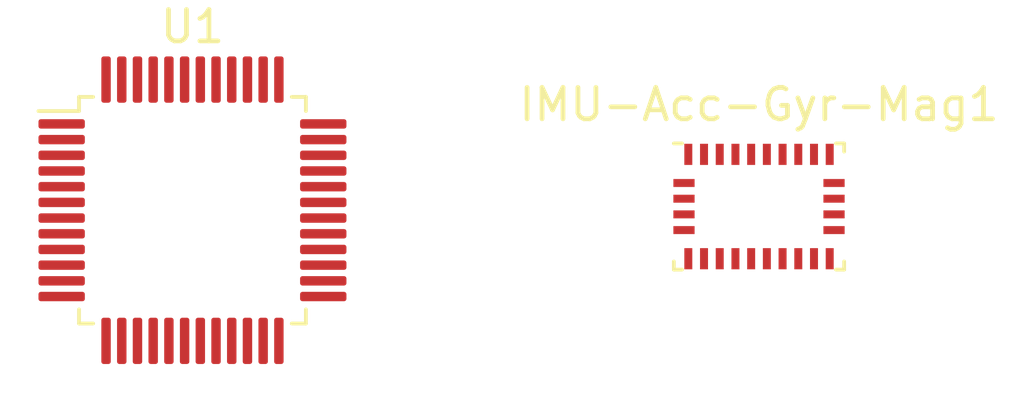
<source format=kicad_pcb>
(kicad_pcb (version 20171130) (host pcbnew "(5.1.6)-1")

  (general
    (thickness 1.6)
    (drawings 0)
    (tracks 0)
    (zones 0)
    (modules 2)
    (nets 74)
  )

  (page A4)
  (layers
    (0 F.Cu signal)
    (31 B.Cu signal)
    (32 B.Adhes user)
    (33 F.Adhes user)
    (34 B.Paste user)
    (35 F.Paste user)
    (36 B.SilkS user)
    (37 F.SilkS user)
    (38 B.Mask user)
    (39 F.Mask user)
    (40 Dwgs.User user)
    (41 Cmts.User user)
    (42 Eco1.User user)
    (43 Eco2.User user)
    (44 Edge.Cuts user)
    (45 Margin user)
    (46 B.CrtYd user)
    (47 F.CrtYd user)
    (48 B.Fab user)
    (49 F.Fab user)
  )

  (setup
    (last_trace_width 0.25)
    (trace_clearance 0.2)
    (zone_clearance 0.508)
    (zone_45_only no)
    (trace_min 0.2)
    (via_size 0.8)
    (via_drill 0.4)
    (via_min_size 0.4)
    (via_min_drill 0.3)
    (uvia_size 0.3)
    (uvia_drill 0.1)
    (uvias_allowed no)
    (uvia_min_size 0.2)
    (uvia_min_drill 0.1)
    (edge_width 0.05)
    (segment_width 0.2)
    (pcb_text_width 0.3)
    (pcb_text_size 1.5 1.5)
    (mod_edge_width 0.12)
    (mod_text_size 1 1)
    (mod_text_width 0.15)
    (pad_size 1.524 1.524)
    (pad_drill 0.762)
    (pad_to_mask_clearance 0.05)
    (aux_axis_origin 0 0)
    (visible_elements FFFFFF7F)
    (pcbplotparams
      (layerselection 0x010fc_ffffffff)
      (usegerberextensions false)
      (usegerberattributes true)
      (usegerberadvancedattributes true)
      (creategerberjobfile true)
      (excludeedgelayer true)
      (linewidth 0.100000)
      (plotframeref false)
      (viasonmask false)
      (mode 1)
      (useauxorigin false)
      (hpglpennumber 1)
      (hpglpenspeed 20)
      (hpglpendiameter 15.000000)
      (psnegative false)
      (psa4output false)
      (plotreference true)
      (plotvalue true)
      (plotinvisibletext false)
      (padsonsilk false)
      (subtractmaskfromsilk false)
      (outputformat 1)
      (mirror false)
      (drillshape 1)
      (scaleselection 1)
      (outputdirectory ""))
  )

  (net 0 "")
  (net 1 "Net-(IMU-Acc-Gyr-Mag1-Pad15)")
  (net 2 "Net-(IMU-Acc-Gyr-Mag1-Pad17)")
  (net 3 "Net-(IMU-Acc-Gyr-Mag1-Pad18)")
  (net 4 "Net-(IMU-Acc-Gyr-Mag1-Pad14)")
  (net 5 "Net-(IMU-Acc-Gyr-Mag1-Pad13)")
  (net 6 "Net-(IMU-Acc-Gyr-Mag1-Pad12)")
  (net 7 "Net-(IMU-Acc-Gyr-Mag1-Pad11)")
  (net 8 "Net-(IMU-Acc-Gyr-Mag1-Pad10)")
  (net 9 "Net-(IMU-Acc-Gyr-Mag1-Pad9)")
  (net 10 "Net-(IMU-Acc-Gyr-Mag1-Pad8)")
  (net 11 "Net-(IMU-Acc-Gyr-Mag1-Pad7)")
  (net 12 I2C_SDA)
  (net 13 "Net-(IMU-Acc-Gyr-Mag1-Pad21)")
  (net 14 "Net-(IMU-Acc-Gyr-Mag1-Pad22)")
  (net 15 "Net-(IMU-Acc-Gyr-Mag1-Pad23)")
  (net 16 "Net-(IMU-Acc-Gyr-Mag1-Pad24)")
  (net 17 "Net-(IMU-Acc-Gyr-Mag1-Pad26)")
  (net 18 "Net-(IMU-Acc-Gyr-Mag1-Pad27)")
  (net 19 "Net-(IMU-Acc-Gyr-Mag1-Pad28)")
  (net 20 "Net-(IMU-Acc-Gyr-Mag1-Pad5)")
  (net 21 "Net-(IMU-Acc-Gyr-Mag1-Pad4)")
  (net 22 "Net-(IMU-Acc-Gyr-Mag1-Pad3)")
  (net 23 "Net-(IMU-Acc-Gyr-Mag1-Pad1)")
  (net 24 "Net-(IMU-Acc-Gyr-Mag1-Pad2)")
  (net 25 "Net-(IMU-Acc-Gyr-Mag1-Pad6)")
  (net 26 I2C_SCL)
  (net 27 +3V3)
  (net 28 "Net-(U1-Pad47)")
  (net 29 "Net-(U1-Pad46)")
  (net 30 "Net-(U1-Pad45)")
  (net 31 "Net-(R_RST1-Pad2)")
  (net 32 "Net-(U1-Pad43)")
  (net 33 "Net-(U1-Pad42)")
  (net 34 "Net-(U1-Pad41)")
  (net 35 "Net-(U1-Pad40)")
  (net 36 "Net-(U1-Pad39)")
  (net 37 "Net-(U1-Pad38)")
  (net 38 "Net-(U1-Pad37)")
  (net 39 "Net-(U1-Pad36)")
  (net 40 "Net-(U1-Pad35)")
  (net 41 "Net-(U1-Pad34)")
  (net 42 "Net-(U1-Pad33)")
  (net 43 "Net-(U1-Pad32)")
  (net 44 "Net-(U1-Pad31)")
  (net 45 "Net-(U1-Pad30)")
  (net 46 "Net-(U1-Pad29)")
  (net 47 "Net-(U1-Pad28)")
  (net 48 "Net-(U1-Pad27)")
  (net 49 "Net-(U1-Pad26)")
  (net 50 "Net-(U1-Pad25)")
  (net 51 "Net-(U1-Pad23)")
  (net 52 "Net-(U1-Pad22)")
  (net 53 "Net-(U1-Pad21)")
  (net 54 "Net-(U1-Pad20)")
  (net 55 "Net-(U1-Pad19)")
  (net 56 "Net-(U1-Pad18)")
  (net 57 "Net-(U1-Pad17)")
  (net 58 "Net-(U1-Pad16)")
  (net 59 "Net-(U1-Pad15)")
  (net 60 "Net-(U1-Pad14)")
  (net 61 "Net-(U1-Pad13)")
  (net 62 "Net-(U1-Pad12)")
  (net 63 "Net-(U1-Pad11)")
  (net 64 "Net-(U1-Pad10)")
  (net 65 VDDA)
  (net 66 "Net-(U1-Pad8)")
  (net 67 "Net-(C_RST1-Pad1)")
  (net 68 "Net-(U1-Pad6)")
  (net 69 "Net-(U1-Pad5)")
  (net 70 "Net-(U1-Pad4)")
  (net 71 "Net-(U1-Pad3)")
  (net 72 "Net-(U1-Pad2)")
  (net 73 VBAT)

  (net_class Default "This is the default net class."
    (clearance 0.2)
    (trace_width 0.25)
    (via_dia 0.8)
    (via_drill 0.4)
    (uvia_dia 0.3)
    (uvia_drill 0.1)
    (add_net +3V3)
    (add_net I2C_SCL)
    (add_net I2C_SDA)
    (add_net "Net-(C_RST1-Pad1)")
    (add_net "Net-(IMU-Acc-Gyr-Mag1-Pad1)")
    (add_net "Net-(IMU-Acc-Gyr-Mag1-Pad10)")
    (add_net "Net-(IMU-Acc-Gyr-Mag1-Pad11)")
    (add_net "Net-(IMU-Acc-Gyr-Mag1-Pad12)")
    (add_net "Net-(IMU-Acc-Gyr-Mag1-Pad13)")
    (add_net "Net-(IMU-Acc-Gyr-Mag1-Pad14)")
    (add_net "Net-(IMU-Acc-Gyr-Mag1-Pad15)")
    (add_net "Net-(IMU-Acc-Gyr-Mag1-Pad17)")
    (add_net "Net-(IMU-Acc-Gyr-Mag1-Pad18)")
    (add_net "Net-(IMU-Acc-Gyr-Mag1-Pad2)")
    (add_net "Net-(IMU-Acc-Gyr-Mag1-Pad21)")
    (add_net "Net-(IMU-Acc-Gyr-Mag1-Pad22)")
    (add_net "Net-(IMU-Acc-Gyr-Mag1-Pad23)")
    (add_net "Net-(IMU-Acc-Gyr-Mag1-Pad24)")
    (add_net "Net-(IMU-Acc-Gyr-Mag1-Pad26)")
    (add_net "Net-(IMU-Acc-Gyr-Mag1-Pad27)")
    (add_net "Net-(IMU-Acc-Gyr-Mag1-Pad28)")
    (add_net "Net-(IMU-Acc-Gyr-Mag1-Pad3)")
    (add_net "Net-(IMU-Acc-Gyr-Mag1-Pad4)")
    (add_net "Net-(IMU-Acc-Gyr-Mag1-Pad5)")
    (add_net "Net-(IMU-Acc-Gyr-Mag1-Pad6)")
    (add_net "Net-(IMU-Acc-Gyr-Mag1-Pad7)")
    (add_net "Net-(IMU-Acc-Gyr-Mag1-Pad8)")
    (add_net "Net-(IMU-Acc-Gyr-Mag1-Pad9)")
    (add_net "Net-(R_RST1-Pad2)")
    (add_net "Net-(U1-Pad10)")
    (add_net "Net-(U1-Pad11)")
    (add_net "Net-(U1-Pad12)")
    (add_net "Net-(U1-Pad13)")
    (add_net "Net-(U1-Pad14)")
    (add_net "Net-(U1-Pad15)")
    (add_net "Net-(U1-Pad16)")
    (add_net "Net-(U1-Pad17)")
    (add_net "Net-(U1-Pad18)")
    (add_net "Net-(U1-Pad19)")
    (add_net "Net-(U1-Pad2)")
    (add_net "Net-(U1-Pad20)")
    (add_net "Net-(U1-Pad21)")
    (add_net "Net-(U1-Pad22)")
    (add_net "Net-(U1-Pad23)")
    (add_net "Net-(U1-Pad25)")
    (add_net "Net-(U1-Pad26)")
    (add_net "Net-(U1-Pad27)")
    (add_net "Net-(U1-Pad28)")
    (add_net "Net-(U1-Pad29)")
    (add_net "Net-(U1-Pad3)")
    (add_net "Net-(U1-Pad30)")
    (add_net "Net-(U1-Pad31)")
    (add_net "Net-(U1-Pad32)")
    (add_net "Net-(U1-Pad33)")
    (add_net "Net-(U1-Pad34)")
    (add_net "Net-(U1-Pad35)")
    (add_net "Net-(U1-Pad36)")
    (add_net "Net-(U1-Pad37)")
    (add_net "Net-(U1-Pad38)")
    (add_net "Net-(U1-Pad39)")
    (add_net "Net-(U1-Pad4)")
    (add_net "Net-(U1-Pad40)")
    (add_net "Net-(U1-Pad41)")
    (add_net "Net-(U1-Pad42)")
    (add_net "Net-(U1-Pad43)")
    (add_net "Net-(U1-Pad45)")
    (add_net "Net-(U1-Pad46)")
    (add_net "Net-(U1-Pad47)")
    (add_net "Net-(U1-Pad5)")
    (add_net "Net-(U1-Pad6)")
    (add_net "Net-(U1-Pad8)")
    (add_net VBAT)
    (add_net VDDA)
  )

  (module Package_QFP:LQFP-48_7x7mm_P0.5mm (layer F.Cu) (tedit 5D9F72AF) (tstamp 5ED8225D)
    (at 133.35 98.785)
    (descr "LQFP, 48 Pin (https://www.analog.com/media/en/technical-documentation/data-sheets/ltc2358-16.pdf), generated with kicad-footprint-generator ipc_gullwing_generator.py")
    (tags "LQFP QFP")
    (path /5CE4C5B4)
    (attr smd)
    (fp_text reference U1 (at 0 -5.85) (layer F.SilkS)
      (effects (font (size 1 1) (thickness 0.15)))
    )
    (fp_text value STM32F031C6Tx (at 0 5.85) (layer F.Fab)
      (effects (font (size 1 1) (thickness 0.15)))
    )
    (fp_text user %R (at 0 0) (layer F.Fab)
      (effects (font (size 1 1) (thickness 0.15)))
    )
    (fp_line (start 3.16 3.61) (end 3.61 3.61) (layer F.SilkS) (width 0.12))
    (fp_line (start 3.61 3.61) (end 3.61 3.16) (layer F.SilkS) (width 0.12))
    (fp_line (start -3.16 3.61) (end -3.61 3.61) (layer F.SilkS) (width 0.12))
    (fp_line (start -3.61 3.61) (end -3.61 3.16) (layer F.SilkS) (width 0.12))
    (fp_line (start 3.16 -3.61) (end 3.61 -3.61) (layer F.SilkS) (width 0.12))
    (fp_line (start 3.61 -3.61) (end 3.61 -3.16) (layer F.SilkS) (width 0.12))
    (fp_line (start -3.16 -3.61) (end -3.61 -3.61) (layer F.SilkS) (width 0.12))
    (fp_line (start -3.61 -3.61) (end -3.61 -3.16) (layer F.SilkS) (width 0.12))
    (fp_line (start -3.61 -3.16) (end -4.9 -3.16) (layer F.SilkS) (width 0.12))
    (fp_line (start -2.5 -3.5) (end 3.5 -3.5) (layer F.Fab) (width 0.1))
    (fp_line (start 3.5 -3.5) (end 3.5 3.5) (layer F.Fab) (width 0.1))
    (fp_line (start 3.5 3.5) (end -3.5 3.5) (layer F.Fab) (width 0.1))
    (fp_line (start -3.5 3.5) (end -3.5 -2.5) (layer F.Fab) (width 0.1))
    (fp_line (start -3.5 -2.5) (end -2.5 -3.5) (layer F.Fab) (width 0.1))
    (fp_line (start 0 -5.15) (end -3.15 -5.15) (layer F.CrtYd) (width 0.05))
    (fp_line (start -3.15 -5.15) (end -3.15 -3.75) (layer F.CrtYd) (width 0.05))
    (fp_line (start -3.15 -3.75) (end -3.75 -3.75) (layer F.CrtYd) (width 0.05))
    (fp_line (start -3.75 -3.75) (end -3.75 -3.15) (layer F.CrtYd) (width 0.05))
    (fp_line (start -3.75 -3.15) (end -5.15 -3.15) (layer F.CrtYd) (width 0.05))
    (fp_line (start -5.15 -3.15) (end -5.15 0) (layer F.CrtYd) (width 0.05))
    (fp_line (start 0 -5.15) (end 3.15 -5.15) (layer F.CrtYd) (width 0.05))
    (fp_line (start 3.15 -5.15) (end 3.15 -3.75) (layer F.CrtYd) (width 0.05))
    (fp_line (start 3.15 -3.75) (end 3.75 -3.75) (layer F.CrtYd) (width 0.05))
    (fp_line (start 3.75 -3.75) (end 3.75 -3.15) (layer F.CrtYd) (width 0.05))
    (fp_line (start 3.75 -3.15) (end 5.15 -3.15) (layer F.CrtYd) (width 0.05))
    (fp_line (start 5.15 -3.15) (end 5.15 0) (layer F.CrtYd) (width 0.05))
    (fp_line (start 0 5.15) (end -3.15 5.15) (layer F.CrtYd) (width 0.05))
    (fp_line (start -3.15 5.15) (end -3.15 3.75) (layer F.CrtYd) (width 0.05))
    (fp_line (start -3.15 3.75) (end -3.75 3.75) (layer F.CrtYd) (width 0.05))
    (fp_line (start -3.75 3.75) (end -3.75 3.15) (layer F.CrtYd) (width 0.05))
    (fp_line (start -3.75 3.15) (end -5.15 3.15) (layer F.CrtYd) (width 0.05))
    (fp_line (start -5.15 3.15) (end -5.15 0) (layer F.CrtYd) (width 0.05))
    (fp_line (start 0 5.15) (end 3.15 5.15) (layer F.CrtYd) (width 0.05))
    (fp_line (start 3.15 5.15) (end 3.15 3.75) (layer F.CrtYd) (width 0.05))
    (fp_line (start 3.15 3.75) (end 3.75 3.75) (layer F.CrtYd) (width 0.05))
    (fp_line (start 3.75 3.75) (end 3.75 3.15) (layer F.CrtYd) (width 0.05))
    (fp_line (start 3.75 3.15) (end 5.15 3.15) (layer F.CrtYd) (width 0.05))
    (fp_line (start 5.15 3.15) (end 5.15 0) (layer F.CrtYd) (width 0.05))
    (pad 48 smd roundrect (at -2.75 -4.1625) (size 0.3 1.475) (layers F.Cu F.Paste F.Mask) (roundrect_rratio 0.25)
      (net 27 +3V3))
    (pad 47 smd roundrect (at -2.25 -4.1625) (size 0.3 1.475) (layers F.Cu F.Paste F.Mask) (roundrect_rratio 0.25)
      (net 28 "Net-(U1-Pad47)"))
    (pad 46 smd roundrect (at -1.75 -4.1625) (size 0.3 1.475) (layers F.Cu F.Paste F.Mask) (roundrect_rratio 0.25)
      (net 29 "Net-(U1-Pad46)"))
    (pad 45 smd roundrect (at -1.25 -4.1625) (size 0.3 1.475) (layers F.Cu F.Paste F.Mask) (roundrect_rratio 0.25)
      (net 30 "Net-(U1-Pad45)"))
    (pad 44 smd roundrect (at -0.75 -4.1625) (size 0.3 1.475) (layers F.Cu F.Paste F.Mask) (roundrect_rratio 0.25)
      (net 31 "Net-(R_RST1-Pad2)"))
    (pad 43 smd roundrect (at -0.25 -4.1625) (size 0.3 1.475) (layers F.Cu F.Paste F.Mask) (roundrect_rratio 0.25)
      (net 32 "Net-(U1-Pad43)"))
    (pad 42 smd roundrect (at 0.25 -4.1625) (size 0.3 1.475) (layers F.Cu F.Paste F.Mask) (roundrect_rratio 0.25)
      (net 33 "Net-(U1-Pad42)"))
    (pad 41 smd roundrect (at 0.75 -4.1625) (size 0.3 1.475) (layers F.Cu F.Paste F.Mask) (roundrect_rratio 0.25)
      (net 34 "Net-(U1-Pad41)"))
    (pad 40 smd roundrect (at 1.25 -4.1625) (size 0.3 1.475) (layers F.Cu F.Paste F.Mask) (roundrect_rratio 0.25)
      (net 35 "Net-(U1-Pad40)"))
    (pad 39 smd roundrect (at 1.75 -4.1625) (size 0.3 1.475) (layers F.Cu F.Paste F.Mask) (roundrect_rratio 0.25)
      (net 36 "Net-(U1-Pad39)"))
    (pad 38 smd roundrect (at 2.25 -4.1625) (size 0.3 1.475) (layers F.Cu F.Paste F.Mask) (roundrect_rratio 0.25)
      (net 37 "Net-(U1-Pad38)"))
    (pad 37 smd roundrect (at 2.75 -4.1625) (size 0.3 1.475) (layers F.Cu F.Paste F.Mask) (roundrect_rratio 0.25)
      (net 38 "Net-(U1-Pad37)"))
    (pad 36 smd roundrect (at 4.1625 -2.75) (size 1.475 0.3) (layers F.Cu F.Paste F.Mask) (roundrect_rratio 0.25)
      (net 39 "Net-(U1-Pad36)"))
    (pad 35 smd roundrect (at 4.1625 -2.25) (size 1.475 0.3) (layers F.Cu F.Paste F.Mask) (roundrect_rratio 0.25)
      (net 40 "Net-(U1-Pad35)"))
    (pad 34 smd roundrect (at 4.1625 -1.75) (size 1.475 0.3) (layers F.Cu F.Paste F.Mask) (roundrect_rratio 0.25)
      (net 41 "Net-(U1-Pad34)"))
    (pad 33 smd roundrect (at 4.1625 -1.25) (size 1.475 0.3) (layers F.Cu F.Paste F.Mask) (roundrect_rratio 0.25)
      (net 42 "Net-(U1-Pad33)"))
    (pad 32 smd roundrect (at 4.1625 -0.75) (size 1.475 0.3) (layers F.Cu F.Paste F.Mask) (roundrect_rratio 0.25)
      (net 43 "Net-(U1-Pad32)"))
    (pad 31 smd roundrect (at 4.1625 -0.25) (size 1.475 0.3) (layers F.Cu F.Paste F.Mask) (roundrect_rratio 0.25)
      (net 44 "Net-(U1-Pad31)"))
    (pad 30 smd roundrect (at 4.1625 0.25) (size 1.475 0.3) (layers F.Cu F.Paste F.Mask) (roundrect_rratio 0.25)
      (net 45 "Net-(U1-Pad30)"))
    (pad 29 smd roundrect (at 4.1625 0.75) (size 1.475 0.3) (layers F.Cu F.Paste F.Mask) (roundrect_rratio 0.25)
      (net 46 "Net-(U1-Pad29)"))
    (pad 28 smd roundrect (at 4.1625 1.25) (size 1.475 0.3) (layers F.Cu F.Paste F.Mask) (roundrect_rratio 0.25)
      (net 47 "Net-(U1-Pad28)"))
    (pad 27 smd roundrect (at 4.1625 1.75) (size 1.475 0.3) (layers F.Cu F.Paste F.Mask) (roundrect_rratio 0.25)
      (net 48 "Net-(U1-Pad27)"))
    (pad 26 smd roundrect (at 4.1625 2.25) (size 1.475 0.3) (layers F.Cu F.Paste F.Mask) (roundrect_rratio 0.25)
      (net 49 "Net-(U1-Pad26)"))
    (pad 25 smd roundrect (at 4.1625 2.75) (size 1.475 0.3) (layers F.Cu F.Paste F.Mask) (roundrect_rratio 0.25)
      (net 50 "Net-(U1-Pad25)"))
    (pad 24 smd roundrect (at 2.75 4.1625) (size 0.3 1.475) (layers F.Cu F.Paste F.Mask) (roundrect_rratio 0.25)
      (net 27 +3V3))
    (pad 23 smd roundrect (at 2.25 4.1625) (size 0.3 1.475) (layers F.Cu F.Paste F.Mask) (roundrect_rratio 0.25)
      (net 51 "Net-(U1-Pad23)"))
    (pad 22 smd roundrect (at 1.75 4.1625) (size 0.3 1.475) (layers F.Cu F.Paste F.Mask) (roundrect_rratio 0.25)
      (net 52 "Net-(U1-Pad22)"))
    (pad 21 smd roundrect (at 1.25 4.1625) (size 0.3 1.475) (layers F.Cu F.Paste F.Mask) (roundrect_rratio 0.25)
      (net 53 "Net-(U1-Pad21)"))
    (pad 20 smd roundrect (at 0.75 4.1625) (size 0.3 1.475) (layers F.Cu F.Paste F.Mask) (roundrect_rratio 0.25)
      (net 54 "Net-(U1-Pad20)"))
    (pad 19 smd roundrect (at 0.25 4.1625) (size 0.3 1.475) (layers F.Cu F.Paste F.Mask) (roundrect_rratio 0.25)
      (net 55 "Net-(U1-Pad19)"))
    (pad 18 smd roundrect (at -0.25 4.1625) (size 0.3 1.475) (layers F.Cu F.Paste F.Mask) (roundrect_rratio 0.25)
      (net 56 "Net-(U1-Pad18)"))
    (pad 17 smd roundrect (at -0.75 4.1625) (size 0.3 1.475) (layers F.Cu F.Paste F.Mask) (roundrect_rratio 0.25)
      (net 57 "Net-(U1-Pad17)"))
    (pad 16 smd roundrect (at -1.25 4.1625) (size 0.3 1.475) (layers F.Cu F.Paste F.Mask) (roundrect_rratio 0.25)
      (net 58 "Net-(U1-Pad16)"))
    (pad 15 smd roundrect (at -1.75 4.1625) (size 0.3 1.475) (layers F.Cu F.Paste F.Mask) (roundrect_rratio 0.25)
      (net 59 "Net-(U1-Pad15)"))
    (pad 14 smd roundrect (at -2.25 4.1625) (size 0.3 1.475) (layers F.Cu F.Paste F.Mask) (roundrect_rratio 0.25)
      (net 60 "Net-(U1-Pad14)"))
    (pad 13 smd roundrect (at -2.75 4.1625) (size 0.3 1.475) (layers F.Cu F.Paste F.Mask) (roundrect_rratio 0.25)
      (net 61 "Net-(U1-Pad13)"))
    (pad 12 smd roundrect (at -4.1625 2.75) (size 1.475 0.3) (layers F.Cu F.Paste F.Mask) (roundrect_rratio 0.25)
      (net 62 "Net-(U1-Pad12)"))
    (pad 11 smd roundrect (at -4.1625 2.25) (size 1.475 0.3) (layers F.Cu F.Paste F.Mask) (roundrect_rratio 0.25)
      (net 63 "Net-(U1-Pad11)"))
    (pad 10 smd roundrect (at -4.1625 1.75) (size 1.475 0.3) (layers F.Cu F.Paste F.Mask) (roundrect_rratio 0.25)
      (net 64 "Net-(U1-Pad10)"))
    (pad 9 smd roundrect (at -4.1625 1.25) (size 1.475 0.3) (layers F.Cu F.Paste F.Mask) (roundrect_rratio 0.25)
      (net 65 VDDA))
    (pad 8 smd roundrect (at -4.1625 0.75) (size 1.475 0.3) (layers F.Cu F.Paste F.Mask) (roundrect_rratio 0.25)
      (net 66 "Net-(U1-Pad8)"))
    (pad 7 smd roundrect (at -4.1625 0.25) (size 1.475 0.3) (layers F.Cu F.Paste F.Mask) (roundrect_rratio 0.25)
      (net 67 "Net-(C_RST1-Pad1)"))
    (pad 6 smd roundrect (at -4.1625 -0.25) (size 1.475 0.3) (layers F.Cu F.Paste F.Mask) (roundrect_rratio 0.25)
      (net 68 "Net-(U1-Pad6)"))
    (pad 5 smd roundrect (at -4.1625 -0.75) (size 1.475 0.3) (layers F.Cu F.Paste F.Mask) (roundrect_rratio 0.25)
      (net 69 "Net-(U1-Pad5)"))
    (pad 4 smd roundrect (at -4.1625 -1.25) (size 1.475 0.3) (layers F.Cu F.Paste F.Mask) (roundrect_rratio 0.25)
      (net 70 "Net-(U1-Pad4)"))
    (pad 3 smd roundrect (at -4.1625 -1.75) (size 1.475 0.3) (layers F.Cu F.Paste F.Mask) (roundrect_rratio 0.25)
      (net 71 "Net-(U1-Pad3)"))
    (pad 2 smd roundrect (at -4.1625 -2.25) (size 1.475 0.3) (layers F.Cu F.Paste F.Mask) (roundrect_rratio 0.25)
      (net 72 "Net-(U1-Pad2)"))
    (pad 1 smd roundrect (at -4.1625 -2.75) (size 1.475 0.3) (layers F.Cu F.Paste F.Mask) (roundrect_rratio 0.25)
      (net 73 VBAT))
    (model ${KISYS3DMOD}/Package_QFP.3dshapes/LQFP-48_7x7mm_P0.5mm.wrl
      (at (xyz 0 0 0))
      (scale (xyz 1 1 1))
      (rotate (xyz 0 0 0))
    )
  )

  (module Package_LGA:LGA-28_5.2x3.8mm_P0.5mm (layer F.Cu) (tedit 5A02F217) (tstamp 5ED82379)
    (at 151.38 98.6675)
    (descr "LGA 28 5.2x3.8mm Pitch 0.5mm")
    (tags "LGA 28 5.2x3.8mm Pitch 0.5mm")
    (path /5ECBFCA6)
    (attr smd)
    (fp_text reference IMU-Acc-Gyr-Mag1 (at 0 -3.25) (layer F.SilkS)
      (effects (font (size 1 1) (thickness 0.15)))
    )
    (fp_text value BNO055 (at 0 3.3) (layer F.Fab)
      (effects (font (size 1 1) (thickness 0.15)))
    )
    (fp_text user %R (at 0 0) (layer F.Fab)
      (effects (font (size 1.1 1.1) (thickness 0.11)))
    )
    (fp_line (start -2.6 -1.4) (end -2.1 -1.9) (layer F.Fab) (width 0.1))
    (fp_line (start -2.98 -2.25) (end -2.98 2.25) (layer F.CrtYd) (width 0.05))
    (fp_line (start -2.98 2.25) (end 2.98 2.25) (layer F.CrtYd) (width 0.05))
    (fp_line (start 2.98 2.25) (end 2.98 -2.25) (layer F.CrtYd) (width 0.05))
    (fp_line (start 2.98 -2.25) (end -2.98 -2.25) (layer F.CrtYd) (width 0.05))
    (fp_line (start 2.71 -2.01) (end 2.71 -1.75) (layer F.SilkS) (width 0.12))
    (fp_line (start 2.71 -2.01) (end 2.45 -2.01) (layer F.SilkS) (width 0.12))
    (fp_line (start 2.71 2.01) (end 2.71 1.75) (layer F.SilkS) (width 0.12))
    (fp_line (start 2.71 2.01) (end 2.45 2.01) (layer F.SilkS) (width 0.12))
    (fp_line (start -2.71 -2.01) (end -2.45 -2.01) (layer F.SilkS) (width 0.12))
    (fp_line (start -2.71 2.01) (end -2.71 1.75) (layer F.SilkS) (width 0.12))
    (fp_line (start -2.71 2.01) (end -2.45 2.01) (layer F.SilkS) (width 0.12))
    (fp_line (start -2.6 -1.4) (end -2.6 1.9) (layer F.Fab) (width 0.1))
    (fp_line (start -2.6 1.9) (end 2.6 1.9) (layer F.Fab) (width 0.1))
    (fp_line (start 2.6 1.9) (end 2.6 -1.9) (layer F.Fab) (width 0.1))
    (fp_line (start 2.6 -1.9) (end -2.1 -1.9) (layer F.Fab) (width 0.1))
    (pad 16 smd rect (at 2.3875 0.75 90) (size 0.254 0.675) (layers F.Cu F.Paste F.Mask)
      (net 1 "Net-(IMU-Acc-Gyr-Mag1-Pad15)"))
    (pad 17 smd rect (at 2.3875 0.25 90) (size 0.254 0.675) (layers F.Cu F.Paste F.Mask)
      (net 2 "Net-(IMU-Acc-Gyr-Mag1-Pad17)"))
    (pad 18 smd rect (at 2.3875 -0.25 90) (size 0.254 0.675) (layers F.Cu F.Paste F.Mask)
      (net 3 "Net-(IMU-Acc-Gyr-Mag1-Pad18)"))
    (pad 15 smd rect (at 2.25 1.6625) (size 0.254 0.675) (layers F.Cu F.Paste F.Mask)
      (net 1 "Net-(IMU-Acc-Gyr-Mag1-Pad15)"))
    (pad 14 smd rect (at 1.75 1.6625) (size 0.254 0.675) (layers F.Cu F.Paste F.Mask)
      (net 4 "Net-(IMU-Acc-Gyr-Mag1-Pad14)"))
    (pad 13 smd rect (at 1.25 1.6625) (size 0.254 0.675) (layers F.Cu F.Paste F.Mask)
      (net 5 "Net-(IMU-Acc-Gyr-Mag1-Pad13)"))
    (pad 12 smd rect (at 0.75 1.6625) (size 0.254 0.675) (layers F.Cu F.Paste F.Mask)
      (net 6 "Net-(IMU-Acc-Gyr-Mag1-Pad12)"))
    (pad 11 smd rect (at 0.25 1.6625) (size 0.254 0.675) (layers F.Cu F.Paste F.Mask)
      (net 7 "Net-(IMU-Acc-Gyr-Mag1-Pad11)"))
    (pad 10 smd rect (at -0.25 1.6625) (size 0.254 0.675) (layers F.Cu F.Paste F.Mask)
      (net 8 "Net-(IMU-Acc-Gyr-Mag1-Pad10)"))
    (pad 9 smd rect (at -0.75 1.6625) (size 0.254 0.675) (layers F.Cu F.Paste F.Mask)
      (net 9 "Net-(IMU-Acc-Gyr-Mag1-Pad9)"))
    (pad 8 smd rect (at -1.25 1.6625) (size 0.254 0.675) (layers F.Cu F.Paste F.Mask)
      (net 10 "Net-(IMU-Acc-Gyr-Mag1-Pad8)"))
    (pad 7 smd rect (at -1.75 1.6625) (size 0.254 0.675) (layers F.Cu F.Paste F.Mask)
      (net 11 "Net-(IMU-Acc-Gyr-Mag1-Pad7)"))
    (pad 20 smd rect (at 2.25 -1.6625) (size 0.254 0.675) (layers F.Cu F.Paste F.Mask)
      (net 12 I2C_SDA))
    (pad 21 smd rect (at 1.75 -1.6625) (size 0.254 0.675) (layers F.Cu F.Paste F.Mask)
      (net 13 "Net-(IMU-Acc-Gyr-Mag1-Pad21)"))
    (pad 22 smd rect (at 1.25 -1.6625) (size 0.254 0.675) (layers F.Cu F.Paste F.Mask)
      (net 14 "Net-(IMU-Acc-Gyr-Mag1-Pad22)"))
    (pad 23 smd rect (at 0.75 -1.6625) (size 0.254 0.675) (layers F.Cu F.Paste F.Mask)
      (net 15 "Net-(IMU-Acc-Gyr-Mag1-Pad23)"))
    (pad 24 smd rect (at 0.25 -1.6625) (size 0.254 0.675) (layers F.Cu F.Paste F.Mask)
      (net 16 "Net-(IMU-Acc-Gyr-Mag1-Pad24)"))
    (pad 25 smd rect (at -0.25 -1.6625) (size 0.254 0.675) (layers F.Cu F.Paste F.Mask)
      (net 1 "Net-(IMU-Acc-Gyr-Mag1-Pad15)"))
    (pad 26 smd rect (at -0.75 -1.6625) (size 0.254 0.675) (layers F.Cu F.Paste F.Mask)
      (net 17 "Net-(IMU-Acc-Gyr-Mag1-Pad26)"))
    (pad 27 smd rect (at -1.25 -1.6625) (size 0.254 0.675) (layers F.Cu F.Paste F.Mask)
      (net 18 "Net-(IMU-Acc-Gyr-Mag1-Pad27)"))
    (pad 28 smd rect (at -1.75 -1.6625) (size 0.254 0.675) (layers F.Cu F.Paste F.Mask)
      (net 19 "Net-(IMU-Acc-Gyr-Mag1-Pad28)"))
    (pad 5 smd rect (at -2.3875 0.75 90) (size 0.254 0.675) (layers F.Cu F.Paste F.Mask)
      (net 20 "Net-(IMU-Acc-Gyr-Mag1-Pad5)"))
    (pad 4 smd rect (at -2.3875 0.25 90) (size 0.254 0.675) (layers F.Cu F.Paste F.Mask)
      (net 21 "Net-(IMU-Acc-Gyr-Mag1-Pad4)"))
    (pad 3 smd rect (at -2.3875 -0.25 90) (size 0.254 0.675) (layers F.Cu F.Paste F.Mask)
      (net 22 "Net-(IMU-Acc-Gyr-Mag1-Pad3)"))
    (pad 1 smd rect (at -2.25 -1.6625) (size 0.254 0.675) (layers F.Cu F.Paste F.Mask)
      (net 23 "Net-(IMU-Acc-Gyr-Mag1-Pad1)"))
    (pad 2 smd rect (at -2.3875 -0.75 90) (size 0.254 0.675) (layers F.Cu F.Paste F.Mask)
      (net 24 "Net-(IMU-Acc-Gyr-Mag1-Pad2)"))
    (pad 6 smd rect (at -2.25 1.6625) (size 0.254 0.675) (layers F.Cu F.Paste F.Mask)
      (net 25 "Net-(IMU-Acc-Gyr-Mag1-Pad6)"))
    (pad 19 smd rect (at 2.3875 -0.75 90) (size 0.254 0.675) (layers F.Cu F.Paste F.Mask)
      (net 26 I2C_SCL))
    (model ${KISYS3DMOD}/Package_LGA.3dshapes/LGA-28_5.2x3.8mm_P0.5mm.wrl
      (at (xyz 0 0 0))
      (scale (xyz 1 1 1))
      (rotate (xyz 0 0 0))
    )
  )

)

</source>
